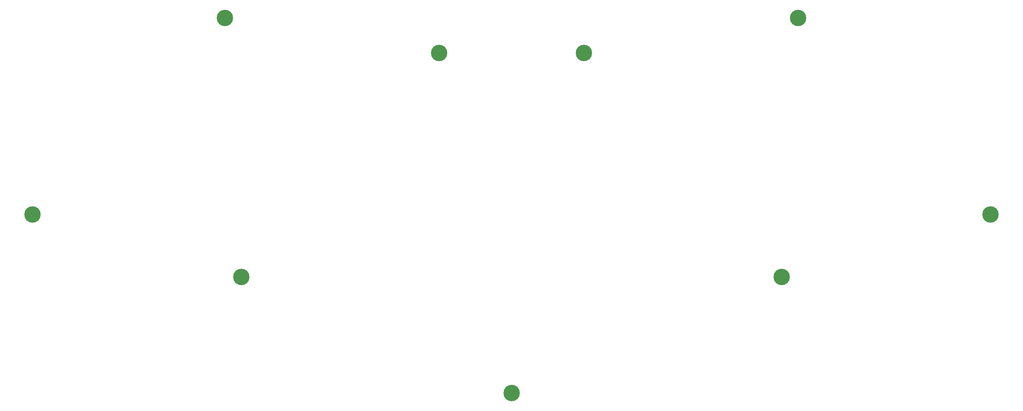
<source format=gbr>
G04 #@! TF.GenerationSoftware,KiCad,Pcbnew,5.1.5-52549c5~86~ubuntu18.04.1*
G04 #@! TF.CreationDate,2020-04-20T11:55:07+02:00*
G04 #@! TF.ProjectId,plate,706c6174-652e-46b6-9963-61645f706362,rev?*
G04 #@! TF.SameCoordinates,Original*
G04 #@! TF.FileFunction,Copper,L1,Top*
G04 #@! TF.FilePolarity,Positive*
%FSLAX46Y46*%
G04 Gerber Fmt 4.6, Leading zero omitted, Abs format (unit mm)*
G04 Created by KiCad (PCBNEW 5.1.5-52549c5~86~ubuntu18.04.1) date 2020-04-20 11:55:07*
%MOMM*%
%LPD*%
G04 APERTURE LIST*
%ADD10C,4.400000*%
G04 APERTURE END LIST*
D10*
X275754000Y-87588600D03*
X219724000Y-104288600D03*
X147204000Y-135479000D03*
X74683700Y-104288600D03*
X18653700Y-87588600D03*
X70243700Y-34818600D03*
X127773999Y-44208600D03*
X166634000Y-44208600D03*
X224164000Y-34818600D03*
M02*

</source>
